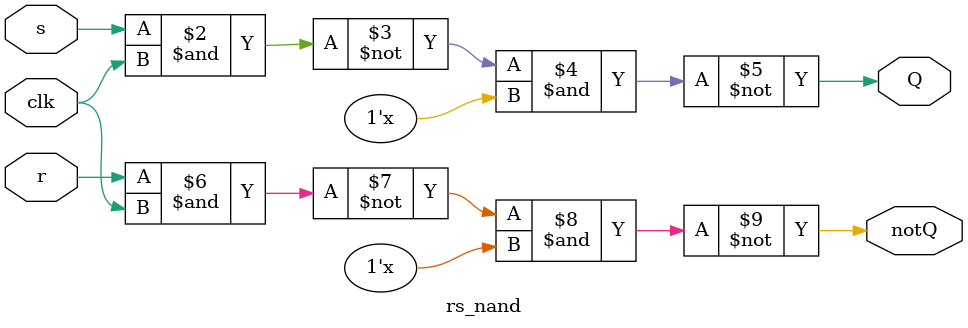
<source format=v>
`timescale 1ns / 1ps

module rs_nand(
    input r, s, clk,
    output reg Q, notQ
    );
    always @(*) begin
        Q <= ~(~(s & clk) & notQ);
        notQ <= ~(~(r & clk) & Q);
    end
endmodule
</source>
